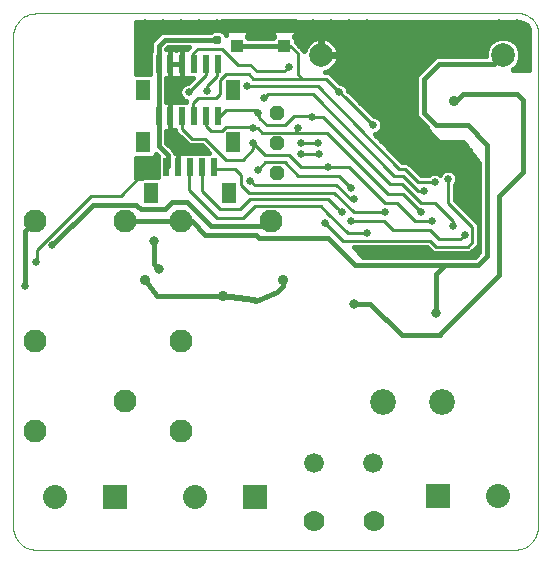
<source format=gtl>
G75*
%MOIN*%
%OFA0B0*%
%FSLAX24Y24*%
%IPPOS*%
%LPD*%
%AMOC8*
5,1,8,0,0,1.08239X$1,22.5*
%
%ADD10C,0.0000*%
%ADD11C,0.0787*%
%ADD12C,0.0860*%
%ADD13C,0.0660*%
%ADD14C,0.0700*%
%ADD15C,0.0768*%
%ADD16OC8,0.0480*%
%ADD17R,0.0800X0.0800*%
%ADD18C,0.0800*%
%ADD19R,0.0236X0.0610*%
%ADD20R,0.0472X0.0709*%
%ADD21R,0.0394X0.0394*%
%ADD22C,0.0310*%
%ADD23C,0.0160*%
%ADD24C,0.0250*%
%ADD25C,0.0450*%
%ADD26C,0.0100*%
%ADD27C,0.0356*%
%ADD28C,0.0317*%
%ADD29C,0.0180*%
%ADD30C,0.0200*%
D10*
X003485Y000850D02*
X003485Y017220D01*
X003487Y017274D01*
X003493Y017327D01*
X003502Y017379D01*
X003515Y017431D01*
X003532Y017482D01*
X003553Y017532D01*
X003577Y017579D01*
X003604Y017625D01*
X003635Y017669D01*
X003668Y017711D01*
X003705Y017750D01*
X003744Y017787D01*
X003786Y017820D01*
X003830Y017851D01*
X003876Y017878D01*
X003923Y017902D01*
X003973Y017923D01*
X004024Y017940D01*
X004076Y017953D01*
X004128Y017962D01*
X004181Y017968D01*
X004235Y017970D01*
X020227Y017970D01*
X020276Y017976D01*
X020325Y017978D01*
X020374Y017976D01*
X020423Y017971D01*
X020471Y017962D01*
X020519Y017949D01*
X020566Y017933D01*
X020611Y017914D01*
X020654Y017891D01*
X020696Y017865D01*
X020736Y017836D01*
X020773Y017804D01*
X020808Y017769D01*
X020840Y017732D01*
X020870Y017692D01*
X020896Y017651D01*
X020919Y017607D01*
X020939Y017562D01*
X020955Y017516D01*
X020968Y017468D01*
X020977Y017420D01*
X020977Y000850D01*
X020975Y000796D01*
X020969Y000743D01*
X020960Y000691D01*
X020947Y000639D01*
X020930Y000588D01*
X020909Y000538D01*
X020885Y000491D01*
X020858Y000445D01*
X020827Y000401D01*
X020794Y000359D01*
X020757Y000320D01*
X020718Y000283D01*
X020676Y000250D01*
X020632Y000219D01*
X020586Y000192D01*
X020539Y000168D01*
X020489Y000147D01*
X020438Y000130D01*
X020386Y000117D01*
X020334Y000108D01*
X020281Y000102D01*
X020227Y000100D01*
X004235Y000100D01*
X004181Y000102D01*
X004128Y000108D01*
X004076Y000117D01*
X004024Y000130D01*
X003973Y000147D01*
X003923Y000168D01*
X003876Y000192D01*
X003830Y000219D01*
X003786Y000250D01*
X003744Y000283D01*
X003705Y000320D01*
X003668Y000359D01*
X003635Y000401D01*
X003604Y000445D01*
X003577Y000491D01*
X003553Y000538D01*
X003532Y000588D01*
X003515Y000639D01*
X003502Y000691D01*
X003493Y000743D01*
X003487Y000796D01*
X003485Y000850D01*
D11*
X013753Y016587D03*
X019816Y016587D03*
D12*
X017769Y005013D03*
X015801Y005013D03*
D13*
X015469Y003000D03*
X013501Y003000D03*
D14*
X013505Y001050D03*
X015505Y001050D03*
D15*
X009075Y004050D03*
X007225Y005050D03*
X009075Y007050D03*
X009075Y011050D03*
X007225Y011050D03*
X004225Y011050D03*
X004225Y007050D03*
X004225Y004050D03*
X012075Y011050D03*
D16*
X012285Y012650D03*
X012285Y013650D03*
X012285Y014650D03*
D17*
X011535Y001850D03*
X006885Y001850D03*
X017635Y001900D03*
D18*
X019635Y001900D03*
X009535Y001850D03*
X004885Y001850D03*
D19*
X008597Y012850D03*
X008991Y012850D03*
X009385Y012850D03*
X009779Y012850D03*
X010172Y012850D03*
X010303Y014550D03*
X009910Y014550D03*
X009516Y014550D03*
X009122Y014550D03*
X008729Y014550D03*
X008335Y014550D03*
X008335Y016300D03*
X008729Y016300D03*
X009122Y016300D03*
X009516Y016300D03*
X009910Y016300D03*
X010303Y016300D03*
D20*
X010815Y015424D03*
X010815Y013674D03*
X010684Y011974D03*
X008086Y011974D03*
X007823Y013674D03*
X007823Y015424D03*
D21*
X010947Y016885D03*
X010947Y017515D03*
X012522Y017515D03*
X012522Y016885D03*
D22*
X010285Y017100D03*
D23*
X008535Y017100D01*
X008335Y016900D01*
X008335Y016300D01*
X008335Y014550D01*
X008335Y013550D01*
X008635Y013250D01*
X008635Y012887D01*
X008597Y012850D01*
X008597Y012937D01*
X008299Y012939D02*
X007565Y012939D01*
X007565Y013097D02*
X008299Y013097D01*
X008299Y013218D02*
X008239Y013278D01*
X008239Y013245D01*
X008134Y013140D01*
X007565Y013140D01*
X007565Y012500D01*
X007767Y012500D01*
X007775Y012508D01*
X008299Y012508D01*
X008299Y013218D01*
X008262Y013256D02*
X008239Y013256D01*
X008299Y012780D02*
X007565Y012780D01*
X007565Y012622D02*
X008299Y012622D01*
X008991Y012850D02*
X008991Y013335D01*
X008881Y013335D01*
X008855Y013397D01*
X008782Y013470D01*
X008595Y013658D01*
X008595Y014065D01*
X008729Y014065D01*
X008870Y014065D01*
X008892Y014071D01*
X008892Y014017D01*
X009205Y013705D01*
X009340Y013570D01*
X009790Y013570D01*
X010024Y013335D01*
X009980Y013335D01*
X009975Y013331D01*
X009971Y013335D01*
X009586Y013335D01*
X009582Y013331D01*
X009578Y013335D01*
X009192Y013335D01*
X009179Y013322D01*
X009179Y013323D01*
X009133Y013335D01*
X008991Y013335D01*
X008991Y012850D01*
X008991Y012850D01*
X008991Y012939D02*
X008991Y012939D01*
X008991Y013097D02*
X008991Y013097D01*
X008991Y013256D02*
X008991Y013256D01*
X008839Y013414D02*
X009946Y013414D01*
X009337Y013573D02*
X008680Y013573D01*
X008595Y013731D02*
X009179Y013731D01*
X009020Y013890D02*
X008595Y013890D01*
X008595Y014048D02*
X008892Y014048D01*
X008729Y014065D02*
X008729Y014550D01*
X008729Y014550D01*
X008729Y014550D01*
X008729Y015035D01*
X008870Y015035D01*
X008916Y015023D01*
X008917Y015022D01*
X008930Y015035D01*
X009255Y015035D01*
X009255Y015053D01*
X009162Y015091D01*
X009076Y015177D01*
X009030Y015289D01*
X009030Y015411D01*
X009076Y015523D01*
X009162Y015609D01*
X009274Y015655D01*
X009315Y015655D01*
X009474Y015815D01*
X009323Y015815D01*
X009311Y015828D01*
X009310Y015827D01*
X009264Y015815D01*
X009122Y015815D01*
X009122Y016300D01*
X008824Y016300D01*
X008729Y016300D01*
X009122Y016300D01*
X009122Y016300D01*
X009122Y016300D01*
X009122Y016785D01*
X008980Y016785D01*
X008935Y016773D01*
X008925Y016768D01*
X008916Y016773D01*
X008870Y016785D01*
X008729Y016785D01*
X008729Y016300D01*
X008729Y016300D01*
X008729Y015815D01*
X008870Y015815D01*
X008916Y015827D01*
X008925Y015832D01*
X008935Y015827D01*
X008980Y015815D01*
X009122Y015815D01*
X009122Y016300D01*
X009122Y016300D01*
X009122Y016785D01*
X009264Y016785D01*
X009288Y016779D01*
X009350Y016840D01*
X008643Y016840D01*
X008595Y016792D01*
X008595Y016785D01*
X008729Y016785D01*
X008729Y016300D01*
X008729Y016300D01*
X008729Y016300D01*
X008729Y015815D01*
X008595Y015815D01*
X008595Y015035D01*
X008729Y015035D01*
X008729Y014550D01*
X008729Y014065D01*
X008729Y014207D02*
X008729Y014207D01*
X008729Y014365D02*
X008729Y014365D01*
X008729Y014524D02*
X008729Y014524D01*
X008729Y014682D02*
X008729Y014682D01*
X008729Y014841D02*
X008729Y014841D01*
X008729Y014999D02*
X008729Y014999D01*
X008595Y015158D02*
X009096Y015158D01*
X009030Y015316D02*
X008595Y015316D01*
X008595Y015475D02*
X009056Y015475D01*
X009221Y015633D02*
X008595Y015633D01*
X008595Y015792D02*
X009451Y015792D01*
X009122Y015950D02*
X009122Y015950D01*
X009122Y016109D02*
X009122Y016109D01*
X009122Y016267D02*
X009122Y016267D01*
X009122Y016426D02*
X009122Y016426D01*
X009122Y016584D02*
X009122Y016584D01*
X009122Y016743D02*
X009122Y016743D01*
X008729Y016743D02*
X008729Y016743D01*
X008729Y016584D02*
X008729Y016584D01*
X008729Y016426D02*
X008729Y016426D01*
X008729Y016267D02*
X008729Y016267D01*
X008729Y016109D02*
X008729Y016109D01*
X008729Y015950D02*
X008729Y015950D01*
X008037Y015958D02*
X007565Y015958D01*
X007565Y017690D01*
X010571Y017690D01*
X010571Y017533D01*
X010929Y017533D01*
X010929Y017497D01*
X010571Y017497D01*
X010571Y017294D01*
X010577Y017269D01*
X010569Y017290D01*
X010475Y017384D01*
X010351Y017435D01*
X010218Y017435D01*
X010095Y017384D01*
X010071Y017360D01*
X008483Y017360D01*
X008388Y017320D01*
X008114Y017047D01*
X008075Y016952D01*
X008075Y016718D01*
X008037Y016680D01*
X008037Y015958D01*
X008037Y016109D02*
X007565Y016109D01*
X007565Y016267D02*
X008037Y016267D01*
X008037Y016426D02*
X007565Y016426D01*
X007565Y016584D02*
X008037Y016584D01*
X008075Y016743D02*
X007565Y016743D01*
X007565Y016901D02*
X008075Y016901D01*
X008127Y017060D02*
X007565Y017060D01*
X007565Y017218D02*
X008285Y017218D01*
X007565Y017377D02*
X010088Y017377D01*
X010482Y017377D02*
X010571Y017377D01*
X010571Y017535D02*
X007565Y017535D01*
X010966Y017533D02*
X011324Y017533D01*
X011324Y017690D01*
X012145Y017690D01*
X012145Y017533D01*
X012504Y017533D01*
X012504Y017497D01*
X012145Y017497D01*
X012145Y017294D01*
X012158Y017249D01*
X012181Y017208D01*
X012189Y017200D01*
X012145Y017156D01*
X012145Y017145D01*
X011324Y017145D01*
X011324Y017156D01*
X011281Y017200D01*
X011288Y017208D01*
X011312Y017249D01*
X011324Y017294D01*
X011324Y017497D01*
X010966Y017497D01*
X010966Y017533D01*
X011324Y017535D02*
X012145Y017535D01*
X012145Y017377D02*
X011324Y017377D01*
X011294Y017218D02*
X012175Y017218D01*
X012541Y017497D02*
X012541Y017533D01*
X012899Y017533D01*
X012899Y017690D01*
X020193Y017690D01*
X020214Y017685D01*
X020248Y017690D01*
X020283Y017690D01*
X020294Y017695D01*
X020343Y017697D01*
X020487Y017662D01*
X020605Y017575D01*
X020682Y017449D01*
X020697Y017390D01*
X020697Y016100D01*
X020139Y016100D01*
X020141Y016101D01*
X020303Y016262D01*
X020390Y016473D01*
X020390Y016702D01*
X020303Y016912D01*
X020141Y017074D01*
X019930Y017161D01*
X019702Y017161D01*
X019491Y017074D01*
X019330Y016912D01*
X019243Y016702D01*
X019243Y016560D01*
X017633Y016560D01*
X017538Y016520D01*
X017038Y016020D01*
X017038Y016020D01*
X016964Y015947D01*
X016925Y015852D01*
X016925Y014598D01*
X016964Y014503D01*
X017038Y014430D01*
X017285Y014182D01*
X017285Y014100D01*
X017685Y013700D01*
X018485Y013700D01*
X019025Y012980D01*
X019025Y010008D01*
X018877Y009860D01*
X015133Y009860D01*
X014864Y010170D01*
X017290Y010170D01*
X017490Y009970D01*
X018730Y009970D01*
X018865Y010105D01*
X019015Y010255D01*
X019015Y010945D01*
X018880Y011080D01*
X018215Y011745D01*
X018215Y012249D01*
X018243Y012277D01*
X018290Y012389D01*
X018290Y012511D01*
X018243Y012623D01*
X018158Y012709D01*
X018046Y012755D01*
X017924Y012755D01*
X017812Y012709D01*
X017726Y012623D01*
X017717Y012600D01*
X017708Y012609D01*
X017596Y012655D01*
X017474Y012655D01*
X017362Y012609D01*
X017334Y012580D01*
X017080Y012580D01*
X016765Y012895D01*
X016630Y013030D01*
X016431Y013030D01*
X015533Y013945D01*
X015546Y013945D01*
X015658Y013991D01*
X015743Y014077D01*
X015790Y014189D01*
X015790Y014311D01*
X015743Y014423D01*
X015658Y014509D01*
X015546Y014555D01*
X015505Y014555D01*
X014756Y015304D01*
X014755Y015316D01*
X016925Y015316D01*
X016925Y015158D02*
X014903Y015158D01*
X014755Y015316D02*
X014690Y015370D01*
X014660Y015400D01*
X014660Y015411D01*
X014613Y015523D01*
X014528Y015609D01*
X014416Y015655D01*
X014375Y015655D01*
X014000Y016030D01*
X013894Y016030D01*
X013974Y016056D01*
X014054Y016097D01*
X014127Y016150D01*
X014191Y016214D01*
X014244Y016287D01*
X014285Y016367D01*
X014313Y016453D01*
X014327Y016542D01*
X014327Y016559D01*
X013782Y016559D01*
X013782Y016616D01*
X013725Y016616D01*
X013725Y017161D01*
X013708Y017161D01*
X013619Y017147D01*
X013533Y017119D01*
X013453Y017078D01*
X013380Y017025D01*
X013316Y016961D01*
X013263Y016888D01*
X013222Y016808D01*
X013195Y016725D01*
X013195Y016735D01*
X013060Y016870D01*
X012899Y017031D01*
X012899Y017156D01*
X012856Y017200D01*
X012863Y017208D01*
X012887Y017249D01*
X012899Y017294D01*
X012899Y017497D01*
X012541Y017497D01*
X012899Y017535D02*
X020630Y017535D01*
X020697Y017377D02*
X012899Y017377D01*
X012869Y017218D02*
X020697Y017218D01*
X020697Y017060D02*
X020156Y017060D01*
X020307Y016901D02*
X020697Y016901D01*
X020697Y016743D02*
X020373Y016743D01*
X020390Y016584D02*
X020697Y016584D01*
X020697Y016426D02*
X020370Y016426D01*
X020305Y016267D02*
X020697Y016267D01*
X020697Y016109D02*
X020149Y016109D01*
X019816Y016587D02*
X019529Y016300D01*
X019385Y016300D01*
X017685Y016300D01*
X017185Y015800D01*
X017185Y014650D01*
X017585Y014250D01*
X018635Y014250D01*
X019285Y013600D01*
X019285Y009900D01*
X018985Y009600D01*
X017885Y009600D01*
X017585Y009300D01*
X017585Y008000D01*
X017714Y007280D02*
X017710Y007268D01*
X017703Y007258D01*
X017693Y007250D01*
X017885Y009600D02*
X014885Y009600D01*
X013985Y010500D01*
X011685Y010500D01*
X011585Y010600D01*
X009885Y010600D01*
X009435Y011050D01*
X009075Y011050D01*
X007225Y011050D01*
X007735Y011450D02*
X007585Y011600D01*
X006135Y011600D01*
X004785Y010250D01*
X004225Y011050D02*
X003885Y010710D01*
X003885Y008900D01*
X007735Y011450D02*
X008535Y011450D01*
X008785Y011700D01*
X009285Y011700D01*
X010085Y010900D01*
X011925Y010900D01*
X012075Y011050D01*
X012485Y009100D02*
X012485Y008900D01*
X012285Y008700D01*
X011585Y008400D01*
X010485Y008550D02*
X008285Y008550D01*
X007885Y009100D01*
X008335Y009450D02*
X008214Y009571D01*
X008185Y009641D02*
X008185Y010400D01*
X008185Y009641D02*
X008187Y009621D01*
X008193Y009603D01*
X008202Y009585D01*
X008214Y009570D01*
X014937Y010086D02*
X017374Y010086D01*
X018846Y010086D02*
X019025Y010086D01*
X019025Y010244D02*
X019004Y010244D01*
X019015Y010403D02*
X019025Y010403D01*
X019015Y010561D02*
X019025Y010561D01*
X019015Y010720D02*
X019025Y010720D01*
X019015Y010878D02*
X019025Y010878D01*
X019025Y011037D02*
X018924Y011037D01*
X019025Y011195D02*
X018765Y011195D01*
X018607Y011354D02*
X019025Y011354D01*
X019025Y011512D02*
X018448Y011512D01*
X018290Y011671D02*
X019025Y011671D01*
X019025Y011829D02*
X018215Y011829D01*
X018215Y011988D02*
X019025Y011988D01*
X019025Y012146D02*
X018215Y012146D01*
X018255Y012305D02*
X019025Y012305D01*
X019025Y012463D02*
X018290Y012463D01*
X018244Y012622D02*
X019025Y012622D01*
X019025Y012780D02*
X016880Y012780D01*
X016722Y012939D02*
X019025Y012939D01*
X018937Y013097D02*
X016366Y013097D01*
X016210Y013256D02*
X018818Y013256D01*
X018699Y013414D02*
X016054Y013414D01*
X015899Y013573D02*
X018580Y013573D01*
X017654Y013731D02*
X015743Y013731D01*
X015587Y013890D02*
X017495Y013890D01*
X017337Y014048D02*
X015714Y014048D01*
X015790Y014207D02*
X017261Y014207D01*
X017102Y014365D02*
X015767Y014365D01*
X015621Y014524D02*
X016956Y014524D01*
X016925Y014682D02*
X015378Y014682D01*
X015220Y014841D02*
X016925Y014841D01*
X016925Y014999D02*
X015061Y014999D01*
X014633Y015475D02*
X016925Y015475D01*
X016925Y015633D02*
X014469Y015633D01*
X014239Y015792D02*
X016925Y015792D01*
X016967Y015950D02*
X014080Y015950D01*
X014070Y016109D02*
X017126Y016109D01*
X017284Y016267D02*
X014230Y016267D01*
X014304Y016426D02*
X017443Y016426D01*
X018185Y015050D02*
X018235Y015050D01*
X019243Y016584D02*
X013782Y016584D01*
X013782Y016616D02*
X014327Y016616D01*
X014327Y016633D01*
X014313Y016722D01*
X014285Y016808D01*
X014244Y016888D01*
X014191Y016961D01*
X014127Y017025D01*
X014054Y017078D01*
X013974Y017119D01*
X013888Y017147D01*
X013798Y017161D01*
X013782Y017161D01*
X013782Y016616D01*
X013782Y016743D02*
X013725Y016743D01*
X013725Y016901D02*
X013782Y016901D01*
X013782Y017060D02*
X013725Y017060D01*
X014080Y017060D02*
X019477Y017060D01*
X019325Y016901D02*
X014235Y016901D01*
X014306Y016743D02*
X019260Y016743D01*
X020291Y017694D02*
X020359Y017694D01*
X017726Y012622D02*
X017676Y012622D01*
X017393Y012622D02*
X017039Y012622D01*
X018944Y009927D02*
X015075Y009927D01*
X013201Y016743D02*
X013188Y016743D01*
X013272Y016901D02*
X013029Y016901D01*
X012899Y017060D02*
X013427Y017060D01*
X012522Y016885D02*
X010947Y016885D01*
D24*
X010285Y017640D03*
X009685Y017640D03*
X009085Y017640D03*
X008485Y017640D03*
X007885Y017640D03*
X008735Y015640D03*
X009335Y015350D03*
X008735Y015040D03*
X008735Y014040D03*
X008735Y013640D03*
X008135Y013040D03*
X008135Y012640D03*
X009935Y015400D03*
X011285Y015550D03*
X011835Y015150D03*
X011635Y014650D03*
X011485Y014150D03*
X011485Y013650D03*
X011635Y012750D03*
X011385Y012400D03*
X013085Y013300D03*
X013085Y013650D03*
X012985Y014150D03*
X013458Y014524D03*
X013635Y013650D03*
X013685Y013300D03*
X013985Y012850D03*
X014745Y012150D03*
X014835Y011800D03*
X014435Y011350D03*
X014735Y011050D03*
X015285Y010650D03*
X015685Y009950D03*
X016085Y009950D03*
X017435Y011050D03*
X017085Y011350D03*
X017185Y012050D03*
X017535Y012350D03*
X017985Y012450D03*
X018185Y012900D03*
X017785Y012900D03*
X017385Y012900D03*
X016985Y012900D03*
X016585Y013300D03*
X016585Y014350D03*
X015485Y014250D03*
X014355Y015350D03*
X012665Y016200D03*
X012885Y017640D03*
X013485Y017640D03*
X014085Y017640D03*
X014685Y017640D03*
X015285Y017640D03*
X016285Y016040D03*
X016685Y016040D03*
X019685Y017640D03*
X020285Y017640D03*
X020585Y017140D03*
X020585Y016540D03*
X015885Y011350D03*
X013885Y011000D03*
X018135Y010900D03*
X018535Y010600D03*
X004785Y010250D03*
X004235Y009700D03*
X003885Y008900D03*
D25*
X010485Y017540D02*
X012885Y017540D01*
D26*
X012720Y016885D02*
X012965Y016640D01*
X012965Y015940D01*
X013105Y015800D01*
X013905Y015800D01*
X014355Y015350D01*
X014535Y015200D01*
X015485Y014250D01*
X015435Y014300D01*
X013935Y014000D02*
X015985Y011950D01*
X016485Y011950D01*
X017085Y011350D01*
X016885Y011050D02*
X017435Y011050D01*
X017385Y010750D02*
X017685Y010450D01*
X018385Y010450D01*
X018535Y010600D01*
X018785Y010350D02*
X018635Y010200D01*
X017585Y010200D01*
X017385Y010400D01*
X014485Y010400D01*
X013885Y011000D01*
X013985Y011300D02*
X014635Y010650D01*
X015285Y010650D01*
X014735Y011050D02*
X015835Y011050D01*
X016135Y010750D01*
X017385Y010750D01*
X016885Y011050D02*
X016285Y011650D01*
X015885Y011650D01*
X014685Y012850D01*
X013985Y012850D01*
X013085Y012850D01*
X012685Y013250D01*
X011885Y013250D01*
X011485Y013650D01*
X011485Y013450D01*
X011135Y013100D01*
X010585Y013100D01*
X009885Y013800D01*
X009435Y013800D01*
X009122Y014113D01*
X009122Y014550D01*
X009485Y014581D02*
X009485Y015000D01*
X009635Y015150D01*
X010235Y015150D01*
X010385Y015300D01*
X010385Y015750D01*
X010585Y015950D01*
X011335Y015950D01*
X011485Y015800D01*
X012079Y015800D01*
X012985Y015800D01*
X013105Y015800D01*
X013635Y015550D02*
X011285Y015550D01*
X011605Y016040D02*
X012505Y016040D01*
X012665Y016200D01*
X012720Y016885D02*
X012522Y016885D01*
X012529Y016879D01*
X011605Y016040D02*
X011395Y016250D01*
X010985Y016250D01*
X010435Y016800D01*
X009635Y016800D01*
X009485Y016650D01*
X009485Y016331D01*
X009516Y016300D01*
X009485Y016269D01*
X009910Y016300D02*
X009910Y015925D01*
X009335Y015350D01*
X009935Y015400D02*
X009935Y015550D01*
X010285Y015900D01*
X010285Y016281D01*
X010303Y016300D01*
X011835Y015150D02*
X011985Y015300D01*
X013485Y015300D01*
X016185Y012550D01*
X016485Y012550D01*
X016985Y012050D01*
X017185Y012050D01*
X016985Y012350D02*
X016535Y012800D01*
X016335Y012800D01*
X013635Y015550D01*
X013811Y014524D02*
X013458Y014524D01*
X013232Y014550D01*
X012835Y014550D01*
X012535Y014250D01*
X011935Y014250D01*
X011685Y014500D01*
X011685Y014650D01*
X011635Y014650D01*
X011535Y014750D01*
X010585Y014750D01*
X010385Y014550D01*
X010303Y014550D01*
X009910Y014550D02*
X009910Y014225D01*
X010085Y014050D01*
X010435Y014050D01*
X010585Y014200D01*
X011435Y014200D01*
X011485Y014150D01*
X011635Y014150D01*
X011785Y014000D01*
X012885Y014000D01*
X012985Y014100D01*
X012985Y014150D01*
X012885Y014000D02*
X013935Y014000D01*
X013635Y013650D02*
X013085Y013650D01*
X013085Y013300D02*
X013685Y013300D01*
X014345Y012550D02*
X012985Y012550D01*
X012535Y013010D01*
X011885Y013010D01*
X011635Y012750D01*
X011385Y012400D02*
X011535Y012250D01*
X012935Y012250D01*
X014235Y012250D01*
X014735Y011800D01*
X014835Y011800D01*
X014745Y012150D02*
X014345Y012550D01*
X014185Y012000D02*
X014835Y011350D01*
X015885Y011350D01*
X016035Y012300D02*
X016435Y012300D01*
X017085Y011650D01*
X017535Y011650D01*
X018135Y011050D01*
X018135Y010900D01*
X018785Y010850D02*
X018785Y010350D01*
X018785Y010850D02*
X017985Y011650D01*
X017985Y012450D01*
X017535Y012350D02*
X016985Y012350D01*
X016035Y012300D02*
X013811Y014524D01*
X011485Y013650D02*
X011485Y013650D01*
X011485Y013550D01*
X010897Y012787D02*
X011085Y012600D01*
X011085Y012250D01*
X011335Y012000D01*
X012835Y012000D01*
X012885Y012000D01*
X012835Y012000D01*
X014185Y012000D01*
X013985Y011780D02*
X014285Y011500D01*
X014435Y011350D01*
X013985Y011300D02*
X013735Y011550D01*
X011535Y011550D01*
X011135Y011150D01*
X010285Y011150D01*
X010260Y011175D01*
X009335Y012100D01*
X009335Y012800D01*
X009385Y012850D01*
X009779Y012850D02*
X009785Y012844D01*
X009785Y012050D01*
X010385Y011450D01*
X011055Y011450D01*
X011385Y011780D01*
X013985Y011780D01*
X010897Y012787D02*
X010235Y012787D01*
X010172Y012850D01*
X009516Y014550D02*
X009485Y014581D01*
X008135Y012640D02*
X007825Y012640D01*
X007085Y011900D01*
X006085Y011900D01*
X004285Y010100D01*
X004285Y009750D01*
X004235Y009700D01*
X004785Y010250D02*
X004835Y010250D01*
D27*
X007885Y009100D03*
X010485Y008550D03*
X012485Y009100D03*
X018185Y015050D03*
D28*
X014835Y008300D03*
X017585Y008000D03*
X008335Y009450D03*
X008185Y010400D03*
D29*
X014835Y008300D02*
X015385Y008300D01*
X016435Y007250D01*
X017693Y007250D01*
X017714Y007279D02*
X018685Y008250D01*
X019685Y009250D01*
X019685Y011900D01*
X020485Y012700D01*
X020485Y015100D01*
X020285Y015300D01*
X018485Y015300D01*
X018235Y015050D01*
D30*
X011585Y008400D02*
X011513Y008410D01*
X010485Y008550D01*
M02*

</source>
